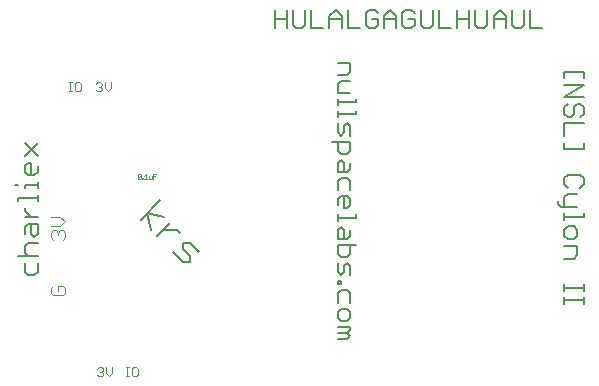
<source format=gto>
G75*
G70*
%OFA0B0*%
%FSLAX24Y24*%
%IPPOS*%
%LPD*%
%AMOC8*
5,1,8,0,0,1.08239X$1,22.5*
%
%ADD10C,0.0060*%
%ADD11C,0.0020*%
%ADD12C,0.0080*%
%ADD13C,0.0050*%
%ADD14C,0.0030*%
%ADD15C,0.0010*%
D10*
X001340Y004118D02*
X001553Y004118D01*
X001660Y004225D01*
X001660Y004545D01*
X001660Y004763D02*
X001019Y004763D01*
X001233Y004870D02*
X001340Y004763D01*
X001233Y004870D02*
X001233Y005083D01*
X001340Y005190D01*
X001660Y005190D01*
X001553Y005407D02*
X001446Y005514D01*
X001446Y005834D01*
X001340Y005834D02*
X001233Y005728D01*
X001233Y005514D01*
X001553Y005407D02*
X001660Y005514D01*
X001660Y005834D01*
X001340Y005834D01*
X001446Y006052D02*
X001233Y006265D01*
X001233Y006372D01*
X001019Y006589D02*
X001019Y006696D01*
X001660Y006696D01*
X001660Y006589D02*
X001660Y006803D01*
X001660Y007019D02*
X001660Y007232D01*
X001660Y007125D02*
X001233Y007125D01*
X001233Y007019D01*
X001019Y007125D02*
X000913Y007125D01*
X001340Y007448D02*
X001233Y007555D01*
X001233Y007769D01*
X001340Y007875D01*
X001446Y007875D01*
X001446Y007448D01*
X001340Y007448D02*
X001553Y007448D01*
X001660Y007555D01*
X001660Y007769D01*
X001660Y008093D02*
X001233Y008520D01*
X001233Y008093D02*
X001660Y008520D01*
X001660Y006052D02*
X001233Y006052D01*
X001233Y004545D02*
X001233Y004225D01*
X001340Y004118D01*
X019006Y006506D02*
X019006Y006613D01*
X019006Y006506D02*
X019113Y006399D01*
X019647Y006399D01*
X019861Y006182D02*
X019861Y006075D01*
X019220Y006075D01*
X019220Y006182D02*
X019220Y005968D01*
X019327Y005752D02*
X019220Y005645D01*
X019220Y005432D01*
X019327Y005325D01*
X019540Y005325D01*
X019647Y005432D01*
X019647Y005645D01*
X019540Y005752D01*
X019327Y005752D01*
X019220Y006399D02*
X019220Y006720D01*
X019327Y006826D01*
X019647Y006826D01*
X019754Y007044D02*
X019861Y007151D01*
X019861Y007364D01*
X019754Y007471D01*
X019327Y007471D01*
X019220Y007364D01*
X019220Y007151D01*
X019327Y007044D01*
X019220Y008332D02*
X019861Y008332D01*
X019861Y008545D01*
X019220Y008545D02*
X019220Y008332D01*
X019220Y008763D02*
X019220Y009190D01*
X019861Y009190D01*
X019754Y009407D02*
X019861Y009514D01*
X019861Y009727D01*
X019754Y009834D01*
X019647Y009834D01*
X019540Y009727D01*
X019540Y009514D01*
X019434Y009407D01*
X019327Y009407D01*
X019220Y009514D01*
X019220Y009727D01*
X019327Y009834D01*
X019220Y010052D02*
X019861Y010052D01*
X019861Y010479D02*
X019220Y010479D01*
X019220Y010695D02*
X019220Y010908D01*
X019861Y010908D01*
X019861Y010695D01*
X019861Y010479D02*
X019220Y010052D01*
X019220Y005108D02*
X019647Y005108D01*
X019647Y004787D01*
X019540Y004681D01*
X019220Y004681D01*
X019220Y003819D02*
X019220Y003605D01*
X019220Y003712D02*
X019861Y003712D01*
X019861Y003819D02*
X019861Y003605D01*
X019861Y003389D02*
X019861Y003175D01*
X019861Y003282D02*
X019220Y003282D01*
X019220Y003389D02*
X019220Y003175D01*
D11*
X003700Y000748D02*
X003650Y000798D01*
X003700Y000748D02*
X003800Y000748D01*
X003850Y000798D01*
X003850Y000848D01*
X003800Y000898D01*
X003750Y000898D01*
X003800Y000898D02*
X003850Y000949D01*
X003850Y000999D01*
X003800Y001049D01*
X003700Y001049D01*
X003650Y000999D01*
X003945Y001049D02*
X003945Y000848D01*
X004045Y000748D01*
X004145Y000848D01*
X004145Y001049D01*
X004600Y001049D02*
X004700Y001049D01*
X004650Y001049D02*
X004650Y000748D01*
X004600Y000748D02*
X004700Y000748D01*
X004796Y000798D02*
X004846Y000748D01*
X004947Y000748D01*
X004997Y000798D01*
X004997Y000999D01*
X004947Y001049D01*
X004846Y001049D01*
X004796Y000999D01*
X004796Y000798D01*
X003995Y010248D02*
X004095Y010348D01*
X004095Y010549D01*
X003895Y010549D02*
X003895Y010348D01*
X003995Y010248D01*
X003800Y010298D02*
X003750Y010248D01*
X003650Y010248D01*
X003600Y010298D01*
X003700Y010398D02*
X003750Y010398D01*
X003800Y010348D01*
X003800Y010298D01*
X003750Y010398D02*
X003800Y010449D01*
X003800Y010499D01*
X003750Y010549D01*
X003650Y010549D01*
X003600Y010499D01*
X003097Y010499D02*
X003097Y010298D01*
X003047Y010248D01*
X002946Y010248D01*
X002896Y010298D01*
X002896Y010499D01*
X002946Y010549D01*
X003047Y010549D01*
X003097Y010499D01*
X002800Y010549D02*
X002700Y010549D01*
X002750Y010549D02*
X002750Y010248D01*
X002700Y010248D02*
X002800Y010248D01*
D12*
X005754Y006619D02*
X005103Y005967D01*
X005320Y006184D02*
X005863Y006076D01*
X006080Y005859D02*
X005646Y005425D01*
X005863Y005642D02*
X006297Y005642D01*
X006405Y005533D01*
X006514Y005208D02*
X006731Y005208D01*
X007056Y004882D01*
X006731Y004774D02*
X006731Y004557D01*
X006514Y004557D01*
X006188Y004882D01*
X006514Y004991D02*
X006514Y005208D01*
X006514Y004991D02*
X006731Y004774D01*
X005429Y005642D02*
X005320Y006184D01*
D13*
X011461Y008580D02*
X012072Y008580D01*
X012072Y008275D01*
X011970Y008173D01*
X011767Y008173D01*
X011665Y008275D01*
X011665Y008580D01*
X011767Y008781D02*
X011869Y008882D01*
X011869Y009086D01*
X011970Y009188D01*
X012072Y009086D01*
X012072Y008781D01*
X011767Y008781D02*
X011665Y008882D01*
X011665Y009188D01*
X011665Y009389D02*
X011665Y009593D01*
X011665Y009491D02*
X012276Y009491D01*
X012276Y009593D01*
X012276Y009896D02*
X011665Y009896D01*
X011665Y009998D02*
X011665Y009794D01*
X011665Y010199D02*
X012072Y010199D01*
X012276Y009998D02*
X012276Y009896D01*
X011665Y010199D02*
X011665Y010504D01*
X011767Y010606D01*
X012072Y010606D01*
X011970Y010806D02*
X011665Y010806D01*
X011970Y010806D02*
X012072Y010908D01*
X012072Y011213D01*
X011665Y011213D01*
X011795Y012363D02*
X011795Y012770D01*
X011592Y012974D01*
X011388Y012770D01*
X011388Y012363D01*
X011187Y012363D02*
X010780Y012363D01*
X010780Y012974D01*
X010580Y012974D02*
X010580Y012465D01*
X010478Y012363D01*
X010274Y012363D01*
X010173Y012465D01*
X010173Y012974D01*
X009972Y012974D02*
X009972Y012363D01*
X009972Y012669D02*
X009565Y012669D01*
X009565Y012974D02*
X009565Y012363D01*
X011388Y012669D02*
X011795Y012669D01*
X011996Y012974D02*
X011996Y012363D01*
X012403Y012363D01*
X012604Y012465D02*
X012705Y012363D01*
X012909Y012363D01*
X013011Y012465D01*
X013011Y012669D01*
X012807Y012669D01*
X012604Y012872D02*
X012604Y012465D01*
X012604Y012872D02*
X012705Y012974D01*
X012909Y012974D01*
X013011Y012872D01*
X013211Y012770D02*
X013415Y012974D01*
X013618Y012770D01*
X013618Y012363D01*
X013819Y012465D02*
X013921Y012363D01*
X014124Y012363D01*
X014226Y012465D01*
X014226Y012669D01*
X014023Y012669D01*
X013819Y012872D02*
X013819Y012465D01*
X013618Y012669D02*
X013211Y012669D01*
X013211Y012770D02*
X013211Y012363D01*
X013819Y012872D02*
X013921Y012974D01*
X014124Y012974D01*
X014226Y012872D01*
X014427Y012974D02*
X014427Y012465D01*
X014528Y012363D01*
X014732Y012363D01*
X014834Y012465D01*
X014834Y012974D01*
X015034Y012974D02*
X015034Y012363D01*
X015441Y012363D01*
X015642Y012363D02*
X015642Y012974D01*
X016049Y012974D02*
X016049Y012363D01*
X016250Y012465D02*
X016352Y012363D01*
X016555Y012363D01*
X016657Y012465D01*
X016657Y012974D01*
X016858Y012770D02*
X017061Y012974D01*
X017265Y012770D01*
X017265Y012363D01*
X017465Y012465D02*
X017567Y012363D01*
X017771Y012363D01*
X017872Y012465D01*
X017872Y012974D01*
X018073Y012974D02*
X018073Y012363D01*
X018480Y012363D01*
X017465Y012465D02*
X017465Y012974D01*
X017265Y012669D02*
X016858Y012669D01*
X016858Y012770D02*
X016858Y012363D01*
X016250Y012465D02*
X016250Y012974D01*
X016049Y012669D02*
X015642Y012669D01*
X011767Y007972D02*
X011869Y007871D01*
X011869Y007565D01*
X011970Y007565D02*
X012072Y007667D01*
X012072Y007871D01*
X011767Y007972D02*
X011665Y007871D01*
X011665Y007565D01*
X011970Y007565D01*
X011970Y007365D02*
X011767Y007365D01*
X011665Y007263D01*
X011665Y006958D01*
X011767Y006757D02*
X011970Y006757D01*
X012072Y006655D01*
X012072Y006452D01*
X011970Y006350D01*
X011869Y006350D01*
X011869Y006757D01*
X011767Y006757D02*
X011665Y006655D01*
X011665Y006452D01*
X011665Y006149D02*
X011665Y005946D01*
X011665Y006047D02*
X012276Y006047D01*
X012276Y006149D01*
X012072Y005642D02*
X012072Y005439D01*
X011970Y005337D01*
X011665Y005337D01*
X011665Y005642D01*
X011767Y005744D01*
X011869Y005642D01*
X011869Y005337D01*
X012072Y005136D02*
X012072Y004831D01*
X011970Y004729D01*
X011767Y004729D01*
X011665Y004831D01*
X011665Y005136D01*
X012276Y005136D01*
X011970Y004529D02*
X011869Y004427D01*
X011869Y004223D01*
X011767Y004122D01*
X011665Y004223D01*
X011665Y004529D01*
X011970Y004529D02*
X012072Y004427D01*
X012072Y004122D01*
X011767Y003921D02*
X011767Y003819D01*
X011665Y003819D01*
X011665Y003921D01*
X011767Y003921D01*
X011767Y003617D02*
X011665Y003515D01*
X011665Y003210D01*
X011767Y003009D02*
X011665Y002908D01*
X011665Y002704D01*
X011767Y002602D01*
X011970Y002602D01*
X012072Y002704D01*
X012072Y002908D01*
X011970Y003009D01*
X011767Y003009D01*
X012072Y003210D02*
X012072Y003515D01*
X011970Y003617D01*
X011767Y003617D01*
X011665Y002402D02*
X012072Y002402D01*
X012072Y002300D01*
X011970Y002198D01*
X012072Y002096D01*
X011970Y001995D01*
X011665Y001995D01*
X011665Y002198D02*
X011970Y002198D01*
X012072Y006958D02*
X012072Y007263D01*
X011970Y007365D01*
D14*
X002575Y005920D02*
X002418Y006077D01*
X002105Y006077D01*
X002105Y005764D02*
X002418Y005764D01*
X002575Y005920D01*
X002497Y005617D02*
X002418Y005617D01*
X002340Y005539D01*
X002340Y005460D01*
X002340Y005539D02*
X002261Y005617D01*
X002183Y005617D01*
X002105Y005539D01*
X002105Y005382D01*
X002183Y005303D01*
X002497Y005303D02*
X002575Y005382D01*
X002575Y005539D01*
X002497Y005617D01*
X002497Y003767D02*
X002340Y003767D01*
X002340Y003610D01*
X002183Y003453D02*
X002497Y003453D01*
X002575Y003532D01*
X002575Y003689D01*
X002497Y003767D01*
X002183Y003767D02*
X002105Y003689D01*
X002105Y003532D01*
X002183Y003453D01*
D15*
X005020Y007343D02*
X004995Y007368D01*
X005095Y007468D01*
X005095Y007368D01*
X005070Y007343D01*
X005020Y007343D01*
X004995Y007368D02*
X004995Y007468D01*
X005020Y007493D01*
X005070Y007493D01*
X005095Y007468D01*
X005142Y007368D02*
X005142Y007343D01*
X005167Y007343D01*
X005167Y007368D01*
X005142Y007368D01*
X005216Y007343D02*
X005316Y007343D01*
X005266Y007343D02*
X005266Y007493D01*
X005216Y007443D01*
X005363Y007443D02*
X005363Y007368D01*
X005388Y007343D01*
X005463Y007343D01*
X005463Y007443D01*
X005511Y007418D02*
X005561Y007418D01*
X005511Y007343D02*
X005511Y007493D01*
X005611Y007493D01*
M02*

</source>
